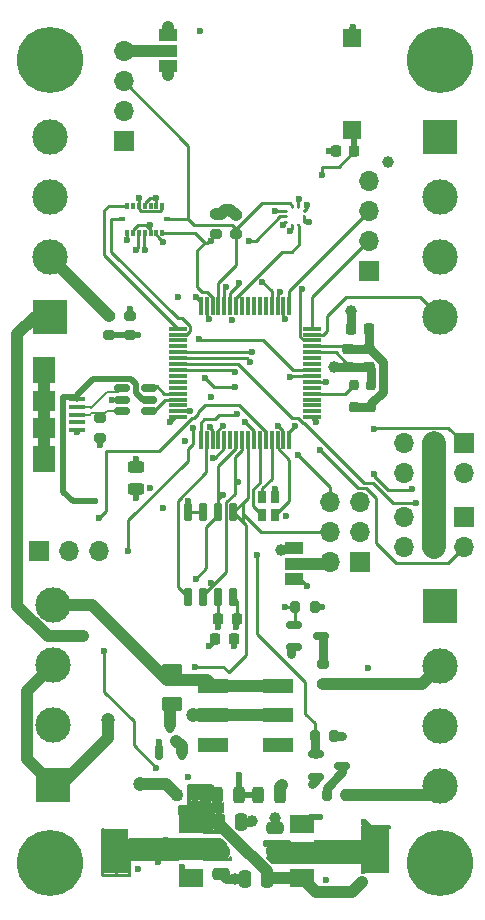
<source format=gbr>
%TF.GenerationSoftware,KiCad,Pcbnew,7.0.5*%
%TF.CreationDate,2023-08-09T18:59:09-07:00*%
%TF.ProjectId,lyra r1,6c797261-2072-4312-9e6b-696361645f70,rev?*%
%TF.SameCoordinates,Original*%
%TF.FileFunction,Copper,L1,Top*%
%TF.FilePolarity,Positive*%
%FSLAX46Y46*%
G04 Gerber Fmt 4.6, Leading zero omitted, Abs format (unit mm)*
G04 Created by KiCad (PCBNEW 7.0.5) date 2023-08-09 18:59:09*
%MOMM*%
%LPD*%
G01*
G04 APERTURE LIST*
G04 Aperture macros list*
%AMRoundRect*
0 Rectangle with rounded corners*
0 $1 Rounding radius*
0 $2 $3 $4 $5 $6 $7 $8 $9 X,Y pos of 4 corners*
0 Add a 4 corners polygon primitive as box body*
4,1,4,$2,$3,$4,$5,$6,$7,$8,$9,$2,$3,0*
0 Add four circle primitives for the rounded corners*
1,1,$1+$1,$2,$3*
1,1,$1+$1,$4,$5*
1,1,$1+$1,$6,$7*
1,1,$1+$1,$8,$9*
0 Add four rect primitives between the rounded corners*
20,1,$1+$1,$2,$3,$4,$5,0*
20,1,$1+$1,$4,$5,$6,$7,0*
20,1,$1+$1,$6,$7,$8,$9,0*
20,1,$1+$1,$8,$9,$2,$3,0*%
G04 Aperture macros list end*
%TA.AperFunction,SMDPad,CuDef*%
%ADD10RoundRect,0.200000X-0.275000X0.200000X-0.275000X-0.200000X0.275000X-0.200000X0.275000X0.200000X0*%
%TD*%
%TA.AperFunction,ComponentPad*%
%ADD11C,5.600000*%
%TD*%
%TA.AperFunction,SMDPad,CuDef*%
%ADD12RoundRect,0.218750X-0.218750X-0.256250X0.218750X-0.256250X0.218750X0.256250X-0.218750X0.256250X0*%
%TD*%
%TA.AperFunction,SMDPad,CuDef*%
%ADD13RoundRect,0.150000X0.150000X-0.650000X0.150000X0.650000X-0.150000X0.650000X-0.150000X-0.650000X0*%
%TD*%
%TA.AperFunction,SMDPad,CuDef*%
%ADD14R,1.500000X1.000000*%
%TD*%
%TA.AperFunction,SMDPad,CuDef*%
%ADD15RoundRect,0.200000X0.275000X-0.200000X0.275000X0.200000X-0.275000X0.200000X-0.275000X-0.200000X0*%
%TD*%
%TA.AperFunction,ComponentPad*%
%ADD16R,1.700000X1.700000*%
%TD*%
%TA.AperFunction,ComponentPad*%
%ADD17O,1.700000X1.700000*%
%TD*%
%TA.AperFunction,SMDPad,CuDef*%
%ADD18RoundRect,0.150000X-0.512500X-0.150000X0.512500X-0.150000X0.512500X0.150000X-0.512500X0.150000X0*%
%TD*%
%TA.AperFunction,ComponentPad*%
%ADD19R,3.000000X3.000000*%
%TD*%
%TA.AperFunction,ComponentPad*%
%ADD20C,3.000000*%
%TD*%
%TA.AperFunction,SMDPad,CuDef*%
%ADD21RoundRect,0.250000X0.475000X-0.250000X0.475000X0.250000X-0.475000X0.250000X-0.475000X-0.250000X0*%
%TD*%
%TA.AperFunction,SMDPad,CuDef*%
%ADD22RoundRect,0.075000X0.700000X0.075000X-0.700000X0.075000X-0.700000X-0.075000X0.700000X-0.075000X0*%
%TD*%
%TA.AperFunction,SMDPad,CuDef*%
%ADD23RoundRect,0.075000X0.075000X0.700000X-0.075000X0.700000X-0.075000X-0.700000X0.075000X-0.700000X0*%
%TD*%
%TA.AperFunction,SMDPad,CuDef*%
%ADD24RoundRect,0.225000X0.225000X0.250000X-0.225000X0.250000X-0.225000X-0.250000X0.225000X-0.250000X0*%
%TD*%
%TA.AperFunction,SMDPad,CuDef*%
%ADD25R,2.000000X1.500000*%
%TD*%
%TA.AperFunction,SMDPad,CuDef*%
%ADD26R,2.000000X3.800000*%
%TD*%
%TA.AperFunction,SMDPad,CuDef*%
%ADD27RoundRect,0.225000X0.250000X-0.225000X0.250000X0.225000X-0.250000X0.225000X-0.250000X-0.225000X0*%
%TD*%
%TA.AperFunction,SMDPad,CuDef*%
%ADD28RoundRect,0.200000X0.200000X0.275000X-0.200000X0.275000X-0.200000X-0.275000X0.200000X-0.275000X0*%
%TD*%
%TA.AperFunction,SMDPad,CuDef*%
%ADD29R,2.500000X1.200000*%
%TD*%
%TA.AperFunction,SMDPad,CuDef*%
%ADD30RoundRect,0.250000X-0.625000X0.375000X-0.625000X-0.375000X0.625000X-0.375000X0.625000X0.375000X0*%
%TD*%
%TA.AperFunction,SMDPad,CuDef*%
%ADD31RoundRect,0.243750X-0.243750X-0.456250X0.243750X-0.456250X0.243750X0.456250X-0.243750X0.456250X0*%
%TD*%
%TA.AperFunction,SMDPad,CuDef*%
%ADD32R,1.500000X1.500000*%
%TD*%
%TA.AperFunction,SMDPad,CuDef*%
%ADD33R,1.400000X0.400000*%
%TD*%
%TA.AperFunction,SMDPad,CuDef*%
%ADD34R,1.900000X2.300000*%
%TD*%
%TA.AperFunction,SMDPad,CuDef*%
%ADD35R,1.900000X1.800000*%
%TD*%
%TA.AperFunction,SMDPad,CuDef*%
%ADD36RoundRect,0.225000X-0.225000X-0.250000X0.225000X-0.250000X0.225000X0.250000X-0.225000X0.250000X0*%
%TD*%
%TA.AperFunction,SMDPad,CuDef*%
%ADD37RoundRect,0.218750X0.218750X0.256250X-0.218750X0.256250X-0.218750X-0.256250X0.218750X-0.256250X0*%
%TD*%
%TA.AperFunction,SMDPad,CuDef*%
%ADD38RoundRect,0.150000X0.150000X-0.512500X0.150000X0.512500X-0.150000X0.512500X-0.150000X-0.512500X0*%
%TD*%
%TA.AperFunction,SMDPad,CuDef*%
%ADD39RoundRect,0.243750X0.243750X0.456250X-0.243750X0.456250X-0.243750X-0.456250X0.243750X-0.456250X0*%
%TD*%
%TA.AperFunction,SMDPad,CuDef*%
%ADD40RoundRect,0.250000X-0.475000X0.250000X-0.475000X-0.250000X0.475000X-0.250000X0.475000X0.250000X0*%
%TD*%
%TA.AperFunction,SMDPad,CuDef*%
%ADD41RoundRect,0.200000X0.200000X0.250000X-0.200000X0.250000X-0.200000X-0.250000X0.200000X-0.250000X0*%
%TD*%
%TA.AperFunction,SMDPad,CuDef*%
%ADD42RoundRect,0.243750X0.456250X-0.243750X0.456250X0.243750X-0.456250X0.243750X-0.456250X-0.243750X0*%
%TD*%
%TA.AperFunction,SMDPad,CuDef*%
%ADD43R,0.250000X0.275000*%
%TD*%
%TA.AperFunction,SMDPad,CuDef*%
%ADD44R,0.275000X0.250000*%
%TD*%
%TA.AperFunction,SMDPad,CuDef*%
%ADD45RoundRect,0.250000X-0.250000X-0.475000X0.250000X-0.475000X0.250000X0.475000X-0.250000X0.475000X0*%
%TD*%
%TA.AperFunction,SMDPad,CuDef*%
%ADD46R,0.800000X1.000000*%
%TD*%
%TA.AperFunction,SMDPad,CuDef*%
%ADD47R,0.350000X0.590000*%
%TD*%
%TA.AperFunction,SMDPad,CuDef*%
%ADD48R,0.590000X0.350000*%
%TD*%
%TA.AperFunction,SMDPad,CuDef*%
%ADD49RoundRect,0.250000X0.250000X0.475000X-0.250000X0.475000X-0.250000X-0.475000X0.250000X-0.475000X0*%
%TD*%
%TA.AperFunction,ViaPad*%
%ADD50C,0.600000*%
%TD*%
%TA.AperFunction,ViaPad*%
%ADD51C,1.000000*%
%TD*%
%TA.AperFunction,ViaPad*%
%ADD52C,1.200000*%
%TD*%
%TA.AperFunction,Conductor*%
%ADD53C,0.254000*%
%TD*%
%TA.AperFunction,Conductor*%
%ADD54C,0.500000*%
%TD*%
%TA.AperFunction,Conductor*%
%ADD55C,1.000000*%
%TD*%
%TA.AperFunction,Conductor*%
%ADD56C,0.750000*%
%TD*%
%TA.AperFunction,Conductor*%
%ADD57C,0.250000*%
%TD*%
%TA.AperFunction,Conductor*%
%ADD58C,0.200000*%
%TD*%
%TA.AperFunction,Conductor*%
%ADD59C,2.000000*%
%TD*%
G04 APERTURE END LIST*
D10*
%TO.P,R16,1*%
%TO.N,ARM-*%
X133750000Y-108425000D03*
%TO.P,R16,2*%
%TO.N,PYRO SENSE*%
X133750000Y-110075000D03*
%TD*%
D11*
%TO.P,H1,1,1*%
%TO.N,GND*%
X128750000Y-86750000D03*
%TD*%
D12*
%TO.P,FB1,1*%
%TO.N,Net-(F2-Pad2)*%
X139462500Y-149000000D03*
%TO.P,FB1,2*%
%TO.N,+12V*%
X141037500Y-149000000D03*
%TD*%
D13*
%TO.P,U6,1,~{CS}*%
%TO.N,FLASH CS*%
X140462000Y-132251000D03*
%TO.P,U6,2,DO(IO1)*%
%TO.N,MISO*%
X141732000Y-132251000D03*
%TO.P,U6,3,IO2*%
%TO.N,+3V3*%
X143002000Y-132251000D03*
%TO.P,U6,4,GND*%
%TO.N,GND*%
X144272000Y-132251000D03*
%TO.P,U6,5,DI(IO0)*%
%TO.N,MOSI*%
X144272000Y-125051000D03*
%TO.P,U6,6,CLK*%
%TO.N,SCK*%
X143002000Y-125051000D03*
%TO.P,U6,7,IO3*%
%TO.N,+3V3*%
X141732000Y-125051000D03*
%TO.P,U6,8,VCC*%
X140462000Y-125051000D03*
%TD*%
D14*
%TO.P,JP1,1,A*%
%TO.N,+3V3*%
X138750000Y-84650000D03*
%TO.P,JP1,2,C*%
%TO.N,I2C POWER*%
X138750000Y-85950000D03*
%TO.P,JP1,3,B*%
%TO.N,+5V*%
X138750000Y-87250000D03*
%TD*%
D15*
%TO.P,R9,1*%
%TO.N,P1-*%
X151892000Y-139575000D03*
%TO.P,R9,2*%
%TO.N,Net-(Q2-D)*%
X151892000Y-137925000D03*
%TD*%
D16*
%TO.P,J6,1,Pin_1*%
%TO.N,SERVO3*%
X163790000Y-125460000D03*
D17*
%TO.P,J6,2,Pin_2*%
%TO.N,SERVO4*%
X163790000Y-128000000D03*
%TO.P,J6,3,Pin_3*%
%TO.N,SERVO POWER*%
X161250000Y-125460000D03*
%TO.P,J6,4,Pin_4*%
X161250000Y-128000000D03*
%TO.P,J6,5,Pin_5*%
%TO.N,GND*%
X158710000Y-125460000D03*
%TO.P,J6,6,Pin_6*%
X158710000Y-128000000D03*
%TD*%
D18*
%TO.P,Q3,1,G*%
%TO.N,P2 EN*%
X151225000Y-145550000D03*
%TO.P,Q3,2,S*%
%TO.N,GND*%
X151225000Y-147450000D03*
%TO.P,Q3,3,D*%
%TO.N,Net-(Q3-D)*%
X153500000Y-146500000D03*
%TD*%
D16*
%TO.P,J10,1,Pin_1*%
%TO.N,GND*%
X127827800Y-128320800D03*
D17*
%TO.P,J10,2,Pin_2*%
%TO.N,Net-(J10-Pin_2)*%
X130367800Y-128320800D03*
%TO.P,J10,3,Pin_3*%
%TO.N,+3V3*%
X132907800Y-128320800D03*
%TD*%
D19*
%TO.P,J12,1,Pin_1*%
%TO.N,ARM-*%
X161750000Y-133010000D03*
D20*
%TO.P,J12,2,Pin_2*%
%TO.N,P1-*%
X161750000Y-138090000D03*
%TO.P,J12,3,Pin_3*%
%TO.N,ARM-*%
X161750000Y-143170000D03*
%TO.P,J12,4,Pin_4*%
%TO.N,P2-*%
X161750000Y-148250000D03*
%TD*%
D21*
%TO.P,C4,1*%
%TO.N,+5V*%
X147750000Y-153700000D03*
%TO.P,C4,2*%
%TO.N,GND*%
X147750000Y-151800000D03*
%TD*%
D22*
%TO.P,U7,1,VBAT*%
%TO.N,+3V3*%
X150925000Y-117000000D03*
%TO.P,U7,2,PC13*%
%TO.N,unconnected-(U7-PC13-Pad2)*%
X150925000Y-116500000D03*
%TO.P,U7,3,PC14*%
%TO.N,unconnected-(U7-PC14-Pad3)*%
X150925000Y-116000000D03*
%TO.P,U7,4,PC15*%
%TO.N,unconnected-(U7-PC15-Pad4)*%
X150925000Y-115500000D03*
%TO.P,U7,5,PH0*%
%TO.N,OSCIN*%
X150925000Y-115000000D03*
%TO.P,U7,6,PH1*%
%TO.N,unconnected-(U7-PH1-Pad6)*%
X150925000Y-114500000D03*
%TO.P,U7,7,NRST*%
%TO.N,RESET*%
X150925000Y-114000000D03*
%TO.P,U7,8,PC0*%
%TO.N,BATT SENSE*%
X150925000Y-113500000D03*
%TO.P,U7,9,PC1*%
%TO.N,PYRO SENSE*%
X150925000Y-113000000D03*
%TO.P,U7,10,PC2*%
%TO.N,unconnected-(U7-PC2-Pad10)*%
X150925000Y-112500000D03*
%TO.P,U7,11,PC3*%
%TO.N,unconnected-(U7-PC3-Pad11)*%
X150925000Y-112000000D03*
%TO.P,U7,12,VSSA*%
%TO.N,GND*%
X150925000Y-111500000D03*
%TO.P,U7,13,VDDA*%
%TO.N,+3.3VA*%
X150925000Y-111000000D03*
%TO.P,U7,14,PA0*%
%TO.N,BUZZER*%
X150925000Y-110500000D03*
%TO.P,U7,15,PA1*%
%TO.N,PA1*%
X150925000Y-110000000D03*
%TO.P,U7,16,PA2*%
%TO.N,USART2 TX*%
X150925000Y-109500000D03*
D23*
%TO.P,U7,17,PA3*%
%TO.N,USART2 RX*%
X149000000Y-107575000D03*
%TO.P,U7,18,VSS*%
%TO.N,GND*%
X148500000Y-107575000D03*
%TO.P,U7,19,VDD*%
%TO.N,+3V3*%
X148000000Y-107575000D03*
%TO.P,U7,20,PA4*%
%TO.N,PA4*%
X147500000Y-107575000D03*
%TO.P,U7,21,PA5*%
%TO.N,unconnected-(U7-PA5-Pad21)*%
X147000000Y-107575000D03*
%TO.P,U7,22,PA6*%
%TO.N,unconnected-(U7-PA6-Pad22)*%
X146500000Y-107575000D03*
%TO.P,U7,23,PA7*%
%TO.N,unconnected-(U7-PA7-Pad23)*%
X146000000Y-107575000D03*
%TO.P,U7,24,PC4*%
%TO.N,unconnected-(U7-PC4-Pad24)*%
X145500000Y-107575000D03*
%TO.P,U7,25,PC5*%
%TO.N,unconnected-(U7-PC5-Pad25)*%
X145000000Y-107575000D03*
%TO.P,U7,26,PB0*%
%TO.N,BARO INT*%
X144500000Y-107575000D03*
%TO.P,U7,27,PB1*%
%TO.N,GYRO INT3*%
X144000000Y-107575000D03*
%TO.P,U7,28,PB2*%
%TO.N,GYRO INT4*%
X143500000Y-107575000D03*
%TO.P,U7,29,PB10*%
%TO.N,SCL*%
X143000000Y-107575000D03*
%TO.P,U7,30,PB11*%
%TO.N,SDA*%
X142500000Y-107575000D03*
%TO.P,U7,31,VCAP_1*%
%TO.N,Net-(U7-VCAP_1)*%
X142000000Y-107575000D03*
%TO.P,U7,32,VDD*%
%TO.N,+3V3*%
X141500000Y-107575000D03*
D22*
%TO.P,U7,33,PB12*%
%TO.N,ACCEL INT2*%
X139575000Y-109500000D03*
%TO.P,U7,34,PB13*%
%TO.N,ACCEL INT1*%
X139575000Y-110000000D03*
%TO.P,U7,35,PB14*%
%TO.N,unconnected-(U7-PB14-Pad35)*%
X139575000Y-110500000D03*
%TO.P,U7,36,PB15*%
%TO.N,unconnected-(U7-PB15-Pad36)*%
X139575000Y-111000000D03*
%TO.P,U7,37,PC6*%
%TO.N,SERVO1*%
X139575000Y-111500000D03*
%TO.P,U7,38,PC7*%
%TO.N,SERVO2*%
X139575000Y-112000000D03*
%TO.P,U7,39,PC8*%
%TO.N,SERVO3*%
X139575000Y-112500000D03*
%TO.P,U7,40,PC9*%
%TO.N,SERVO4*%
X139575000Y-113000000D03*
%TO.P,U7,41,PA8*%
%TO.N,unconnected-(U7-PA8-Pad41)*%
X139575000Y-113500000D03*
%TO.P,U7,42,PA9*%
%TO.N,unconnected-(U7-PA9-Pad42)*%
X139575000Y-114000000D03*
%TO.P,U7,43,PA10*%
%TO.N,unconnected-(U7-PA10-Pad43)*%
X139575000Y-114500000D03*
%TO.P,U7,44,PA11*%
%TO.N,USB D-*%
X139575000Y-115000000D03*
%TO.P,U7,45,PA12*%
%TO.N,USB D+*%
X139575000Y-115500000D03*
%TO.P,U7,46,PA13*%
%TO.N,unconnected-(U7-PA13-Pad46)*%
X139575000Y-116000000D03*
%TO.P,U7,47,VCAP_2*%
%TO.N,Net-(U7-VCAP_2)*%
X139575000Y-116500000D03*
%TO.P,U7,48,VDD*%
%TO.N,+3V3*%
X139575000Y-117000000D03*
D23*
%TO.P,U7,49,PA14*%
%TO.N,CS BRKOUT*%
X141500000Y-118925000D03*
%TO.P,U7,50,PA15*%
%TO.N,FLASH CS*%
X142000000Y-118925000D03*
%TO.P,U7,51,PC10*%
%TO.N,P1 EN*%
X142500000Y-118925000D03*
%TO.P,U7,52,PC11*%
%TO.N,P2 EN*%
X143000000Y-118925000D03*
%TO.P,U7,53,PC12*%
%TO.N,CS SD*%
X143500000Y-118925000D03*
%TO.P,U7,54,PD2*%
%TO.N,unconnected-(U7-PD2-Pad54)*%
X144000000Y-118925000D03*
%TO.P,U7,55,PB3*%
%TO.N,SCK*%
X144500000Y-118925000D03*
%TO.P,U7,56,PB4*%
%TO.N,MISO*%
X145000000Y-118925000D03*
%TO.P,U7,57,PB5*%
%TO.N,MOSI*%
X145500000Y-118925000D03*
%TO.P,U7,58,PB6*%
%TO.N,PB6*%
X146000000Y-118925000D03*
%TO.P,U7,59,PB7*%
%TO.N,LED BLUE*%
X146500000Y-118925000D03*
%TO.P,U7,60,BOOT0*%
%TO.N,BOOT0*%
X147000000Y-118925000D03*
%TO.P,U7,61,PB8*%
%TO.N,LED GREEN*%
X147500000Y-118925000D03*
%TO.P,U7,62,PB9*%
%TO.N,LED RED*%
X148000000Y-118925000D03*
%TO.P,U7,63,VSS*%
%TO.N,GND*%
X148500000Y-118925000D03*
%TO.P,U7,64,VDD*%
%TO.N,+3V3*%
X149000000Y-118925000D03*
%TD*%
D24*
%TO.P,C9,1*%
%TO.N,GND*%
X144539000Y-134112000D03*
%TO.P,C9,2*%
%TO.N,+3V3*%
X142989000Y-134112000D03*
%TD*%
D19*
%TO.P,J11,1,Pin_1*%
%TO.N,+3V3*%
X161750000Y-93250000D03*
D20*
%TO.P,J11,2,Pin_2*%
%TO.N,+5V*%
X161750000Y-98330000D03*
%TO.P,J11,3,Pin_3*%
%TO.N,GND*%
X161750000Y-103410000D03*
%TO.P,J11,4,Pin_4*%
%TO.N,PA1*%
X161750000Y-108490000D03*
%TD*%
D16*
%TO.P,J8,1,Pin_1*%
%TO.N,GND*%
X155025000Y-129275000D03*
D17*
%TO.P,J8,2,Pin_2*%
%TO.N,SPI POWER*%
X152485000Y-129275000D03*
%TO.P,J8,3,Pin_3*%
%TO.N,SCK*%
X155025000Y-126735000D03*
%TO.P,J8,4,Pin_4*%
%TO.N,MOSI*%
X152485000Y-126735000D03*
%TO.P,J8,5,Pin_5*%
%TO.N,MISO*%
X155025000Y-124195000D03*
%TO.P,J8,6,Pin_6*%
%TO.N,CS BRKOUT*%
X152485000Y-124195000D03*
%TD*%
D19*
%TO.P,J5,1,Pin_1*%
%TO.N,+12P*%
X128750000Y-108490000D03*
D20*
%TO.P,J5,2,Pin_2*%
%TO.N,ARM-*%
X128750000Y-103410000D03*
%TO.P,J5,3,Pin_3*%
%TO.N,PB6*%
X128750000Y-98330000D03*
%TO.P,J5,4,Pin_4*%
%TO.N,PA4*%
X128750000Y-93250000D03*
%TD*%
D25*
%TO.P,U2,1,ADJ*%
%TO.N,Net-(U2-ADJ)*%
X150100000Y-151450000D03*
%TO.P,U2,2,VO*%
%TO.N,+5V*%
X150100000Y-153750000D03*
D26*
X156400000Y-153750000D03*
D25*
%TO.P,U2,3,VI*%
%TO.N,+12V*%
X150100000Y-156050000D03*
%TD*%
D27*
%TO.P,C19,1*%
%TO.N,GND*%
X154000000Y-112775000D03*
%TO.P,C19,2*%
%TO.N,+3.3VA*%
X154000000Y-111225000D03*
%TD*%
D18*
%TO.P,Q2,1,G*%
%TO.N,P1 EN*%
X149433700Y-134584400D03*
%TO.P,Q2,2,S*%
%TO.N,GND*%
X149433700Y-136484400D03*
%TO.P,Q2,3,D*%
%TO.N,Net-(Q2-D)*%
X151708700Y-135534400D03*
%TD*%
D28*
%TO.P,R12,1*%
%TO.N,P2-*%
X153825000Y-149000000D03*
%TO.P,R12,2*%
%TO.N,Net-(Q3-D)*%
X152175000Y-149000000D03*
%TD*%
D29*
%TO.P,SW2,1,A*%
%TO.N,unconnected-(SW2-A-Pad1)*%
X148000000Y-144750000D03*
%TO.P,SW2,2,B*%
%TO.N,BATT PRESWITCH*%
X148000000Y-142250000D03*
%TO.P,SW2,3,C*%
%TO.N,+BATT*%
X148000000Y-139750000D03*
%TO.P,SW2,4,A*%
X142500000Y-139750000D03*
%TO.P,SW2,5,B*%
%TO.N,BATT PRESWITCH*%
X142500000Y-142250000D03*
%TO.P,SW2,6,C*%
%TO.N,unconnected-(SW2-C-Pad6)*%
X142500000Y-144750000D03*
%TD*%
D16*
%TO.P,J4,1,Pin_1*%
%TO.N,GND*%
X135000000Y-93620000D03*
D17*
%TO.P,J4,2,Pin_2*%
%TO.N,SDA*%
X135000000Y-91080000D03*
%TO.P,J4,3,Pin_3*%
%TO.N,SCL*%
X135000000Y-88540000D03*
%TO.P,J4,4,Pin_4*%
%TO.N,I2C POWER*%
X135000000Y-86000000D03*
%TD*%
D19*
%TO.P,J3,1,Pin_1*%
%TO.N,BATT PRESWITCH*%
X129000000Y-148120000D03*
D20*
%TO.P,J3,2,Pin_2*%
%TO.N,GND*%
X129000000Y-143040000D03*
%TO.P,J3,3,Pin_3*%
%TO.N,BATT PRESWITCH*%
X129000000Y-137960000D03*
%TO.P,J3,4,Pin_4*%
%TO.N,+BATT*%
X129000000Y-132880000D03*
%TD*%
D28*
%TO.P,R8,1*%
%TO.N,GND*%
X151142200Y-133045200D03*
%TO.P,R8,2*%
%TO.N,P1 EN*%
X149492200Y-133045200D03*
%TD*%
D30*
%TO.P,F1,1*%
%TO.N,+BATT*%
X139039600Y-138452400D03*
%TO.P,F1,2*%
%TO.N,Net-(Q1-D)*%
X139039600Y-141252400D03*
%TD*%
D31*
%TO.P,D1,1,K*%
%TO.N,+12V*%
X142875000Y-149000000D03*
%TO.P,D1,2,A*%
%TO.N,VBUS*%
X144750000Y-149000000D03*
%TD*%
D32*
%TO.P,SW1,1,A*%
%TO.N,GND*%
X154330400Y-84898400D03*
%TO.P,SW1,2,B*%
%TO.N,RESET*%
X154330400Y-92698400D03*
%TD*%
D28*
%TO.P,R10,1*%
%TO.N,GND*%
X152825000Y-144000000D03*
%TO.P,R10,2*%
%TO.N,P2 EN*%
X151175000Y-144000000D03*
%TD*%
D14*
%TO.P,JP3,1,A*%
%TO.N,+3V3*%
X149361900Y-130687600D03*
%TO.P,JP3,2,C*%
%TO.N,SPI POWER*%
X149361900Y-129387600D03*
%TO.P,JP3,3,B*%
%TO.N,+5V*%
X149361900Y-128087600D03*
%TD*%
D16*
%TO.P,J2,1,Pin_1*%
%TO.N,GND*%
X155750000Y-104620000D03*
D17*
%TO.P,J2,2,Pin_2*%
%TO.N,USART2 TX*%
X155750000Y-102080000D03*
%TO.P,J2,3,Pin_3*%
%TO.N,USART2 RX*%
X155750000Y-99540000D03*
%TO.P,J2,4,Pin_4*%
%TO.N,UART POWER*%
X155750000Y-97000000D03*
%TD*%
D18*
%TO.P,U3,1,I/O1*%
%TO.N,USB CON D-*%
X134862500Y-114550000D03*
%TO.P,U3,2,GND*%
%TO.N,GND*%
X134862500Y-115500000D03*
%TO.P,U3,3,I/O2*%
%TO.N,USB CON D+*%
X134862500Y-116450000D03*
%TO.P,U3,4,I/O2*%
%TO.N,USB D+*%
X137137500Y-116450000D03*
%TO.P,U3,5,VBUS*%
%TO.N,VBUS*%
X137137500Y-115500000D03*
%TO.P,U3,6,I/O1*%
%TO.N,USB D-*%
X137137500Y-114550000D03*
%TD*%
D33*
%TO.P,J1,1,VBUS*%
%TO.N,VBUS*%
X131064000Y-115468400D03*
%TO.P,J1,2,D-*%
%TO.N,USB CON D-*%
X131064000Y-116118400D03*
%TO.P,J1,3,D+*%
%TO.N,USB CON D+*%
X131064000Y-116768400D03*
%TO.P,J1,4,ID*%
%TO.N,unconnected-(J1-ID-Pad4)*%
X131064000Y-117418400D03*
%TO.P,J1,5,GND*%
%TO.N,GND*%
X131064000Y-118068400D03*
D34*
%TO.P,J1,6,Shield*%
%TO.N,unconnected-(J1-Shield-Pad6)*%
X128214000Y-113018400D03*
D35*
X128214000Y-115618400D03*
X128214000Y-117918400D03*
D34*
X128214000Y-120518400D03*
%TD*%
D36*
%TO.P,C11,1*%
%TO.N,GND*%
X152945800Y-94488000D03*
%TO.P,C11,2*%
%TO.N,RESET*%
X154495800Y-94488000D03*
%TD*%
D37*
%TO.P,FB2,1*%
%TO.N,+3.3VA*%
X155787500Y-109500000D03*
%TO.P,FB2,2*%
%TO.N,+3V3*%
X154212500Y-109500000D03*
%TD*%
D11*
%TO.P,H4,1,1*%
%TO.N,GND*%
X161750000Y-154750000D03*
%TD*%
D10*
%TO.P,R15,1*%
%TO.N,+3V3*%
X144449800Y-99856800D03*
%TO.P,R15,2*%
%TO.N,SCL*%
X144449800Y-101506800D03*
%TD*%
D38*
%TO.P,Q1,1,G*%
%TO.N,GND*%
X137988000Y-145358700D03*
%TO.P,Q1,2,S*%
%TO.N,+12P*%
X139888000Y-145358700D03*
%TO.P,Q1,3,D*%
%TO.N,Net-(Q1-D)*%
X138938000Y-143083700D03*
%TD*%
D39*
%TO.P,D4,1,K*%
%TO.N,+5V*%
X148187500Y-149000000D03*
%TO.P,D4,2,A*%
%TO.N,VBUS*%
X146312500Y-149000000D03*
%TD*%
D10*
%TO.P,R17,1*%
%TO.N,+3V3*%
X142798800Y-99809800D03*
%TO.P,R17,2*%
%TO.N,SDA*%
X142798800Y-101459800D03*
%TD*%
D15*
%TO.P,R2,1*%
%TO.N,+3V3*%
X133000000Y-118731800D03*
%TO.P,R2,2*%
%TO.N,USB CON D+*%
X133000000Y-117081800D03*
%TD*%
D40*
%TO.P,C3,1*%
%TO.N,+3V3*%
X143250000Y-153800000D03*
%TO.P,C3,2*%
%TO.N,GND*%
X143250000Y-155700000D03*
%TD*%
D24*
%TO.P,C12,1*%
%TO.N,GND*%
X144285000Y-135763000D03*
%TO.P,C12,2*%
%TO.N,+3V3*%
X142735000Y-135763000D03*
%TD*%
D41*
%TO.P,X1,1,Tri-State*%
%TO.N,+3.3VA*%
X155919000Y-116114000D03*
%TO.P,X1,2,GND*%
%TO.N,GND*%
X155919000Y-114264000D03*
%TO.P,X1,3,OUT*%
%TO.N,OSCIN*%
X154469000Y-114264000D03*
%TO.P,X1,4,VDD*%
%TO.N,+3.3VA*%
X154469000Y-116114000D03*
%TD*%
D42*
%TO.P,D3,1,K*%
%TO.N,GND*%
X136042400Y-123111500D03*
%TO.P,D3,2,A*%
%TO.N,Net-(D3-A)*%
X136042400Y-121236500D03*
%TD*%
D11*
%TO.P,H2,1,1*%
%TO.N,GND*%
X161750000Y-86750000D03*
%TD*%
D15*
%TO.P,R18,1*%
%TO.N,PYRO SENSE*%
X135510000Y-110075000D03*
%TO.P,R18,2*%
%TO.N,GND*%
X135510000Y-108425000D03*
%TD*%
D43*
%TO.P,U5,1,VDDIO*%
%TO.N,+3V3*%
X149750000Y-99237500D03*
%TO.P,U5,2,SCK/SCL*%
%TO.N,SCL*%
X149250000Y-99237500D03*
D44*
%TO.P,U5,3,VSS/GND*%
%TO.N,GND*%
X148737500Y-99500000D03*
%TO.P,U5,4,SDI/SDO/SDA*%
%TO.N,SDA*%
X148737500Y-100000000D03*
%TO.P,U5,5,SDO/DNC/SA0*%
%TO.N,GND*%
X148737500Y-100500000D03*
D43*
%TO.P,U5,6,~{CS}*%
%TO.N,+3V3*%
X149250000Y-100762500D03*
%TO.P,U5,7,INT/DNC*%
%TO.N,BARO INT*%
X149750000Y-100762500D03*
D44*
%TO.P,U5,8,VSS/GND__1*%
%TO.N,GND*%
X150262500Y-100500000D03*
%TO.P,U5,9,VSS/GND__2*%
X150262500Y-100000000D03*
%TO.P,U5,10,VDD*%
%TO.N,+3V3*%
X150262500Y-99500000D03*
%TD*%
D16*
%TO.P,J7,1,Pin_1*%
%TO.N,SERVO1*%
X163775000Y-119210000D03*
D17*
%TO.P,J7,2,Pin_2*%
%TO.N,SERVO2*%
X163775000Y-121750000D03*
%TO.P,J7,3,Pin_3*%
%TO.N,SERVO POWER*%
X161235000Y-119210000D03*
%TO.P,J7,4,Pin_4*%
X161235000Y-121750000D03*
%TO.P,J7,5,Pin_5*%
%TO.N,GND*%
X158695000Y-119210000D03*
%TO.P,J7,6,Pin_6*%
X158695000Y-121750000D03*
%TD*%
D45*
%TO.P,C1,1*%
%TO.N,+12V*%
X143050000Y-151250000D03*
%TO.P,C1,2*%
%TO.N,GND*%
X144950000Y-151250000D03*
%TD*%
D27*
%TO.P,C18,1*%
%TO.N,GND*%
X155750000Y-112775000D03*
%TO.P,C18,2*%
%TO.N,+3.3VA*%
X155750000Y-111225000D03*
%TD*%
D46*
%TO.P,D5,1,A*%
%TO.N,Net-(D5-A)*%
X147800000Y-123750000D03*
%TO.P,D5,2,RK*%
%TO.N,LED RED*%
X147800000Y-125250000D03*
%TO.P,D5,3,BK*%
%TO.N,LED BLUE*%
X146700000Y-125250000D03*
%TO.P,D5,4,GK*%
%TO.N,LED GREEN*%
X146700000Y-123750000D03*
%TD*%
D11*
%TO.P,H3,1,1*%
%TO.N,GND*%
X128750000Y-154750000D03*
%TD*%
D25*
%TO.P,U1,1,ADJ*%
%TO.N,Net-(U1-ADJ)*%
X140650000Y-156050000D03*
%TO.P,U1,2,VO*%
%TO.N,+3V3*%
X140650000Y-153750000D03*
D26*
X134350000Y-153750000D03*
D25*
%TO.P,U1,3,VI*%
%TO.N,+12V*%
X140650000Y-151450000D03*
%TD*%
D47*
%TO.P,U4,1,INT2*%
%TO.N,ACCEL INT2*%
X135250000Y-99085000D03*
%TO.P,U4,2,NC*%
%TO.N,unconnected-(U4-NC-Pad2)*%
X135750000Y-99085000D03*
%TO.P,U4,3,VDD*%
%TO.N,+3V3*%
X136250000Y-99085000D03*
%TO.P,U4,4,GNDA*%
%TO.N,GND*%
X136750000Y-99085000D03*
%TO.P,U4,5,CSB2*%
%TO.N,unconnected-(U4-CSB2-Pad5)*%
X137250000Y-99085000D03*
%TO.P,U4,6,GNDIO*%
%TO.N,GND*%
X137750000Y-99085000D03*
%TO.P,U4,7,PS*%
%TO.N,+3V3*%
X138250000Y-99085000D03*
D48*
%TO.P,U4,8,SCL/SCK*%
%TO.N,SCL*%
X138665000Y-100250000D03*
D47*
%TO.P,U4,9,SDA/SDI*%
%TO.N,SDA*%
X138250000Y-101415000D03*
%TO.P,U4,10,SDO2*%
%TO.N,GND*%
X137750000Y-101415000D03*
%TO.P,U4,11,VDDIO*%
%TO.N,+3V3*%
X137250000Y-101415000D03*
%TO.P,U4,12,INT3*%
%TO.N,GYRO INT3*%
X136750000Y-101415000D03*
%TO.P,U4,13,INT4*%
%TO.N,GYRO INT4*%
X136250000Y-101415000D03*
%TO.P,U4,14,CSB1*%
%TO.N,+3V3*%
X135750000Y-101415000D03*
%TO.P,U4,15,SDO1*%
%TO.N,GND*%
X135250000Y-101415000D03*
D48*
%TO.P,U4,16,INT1*%
%TO.N,ACCEL INT1*%
X134835000Y-100250000D03*
%TD*%
D49*
%TO.P,C2,1*%
%TO.N,+12V*%
X147127000Y-156083000D03*
%TO.P,C2,2*%
%TO.N,GND*%
X145227000Y-156083000D03*
%TD*%
D50*
%TO.N,GND*%
X152349200Y-94488000D03*
X154432000Y-83921600D03*
D51*
%TO.N,+12P*%
X131572000Y-135534400D03*
D50*
%TO.N,+12V*%
X155143200Y-156381600D03*
X139903200Y-150063200D03*
%TO.N,GND*%
X151790400Y-133045200D03*
X144153145Y-108743021D03*
X144526000Y-134747000D03*
X137972800Y-144526000D03*
X150672800Y-100504500D03*
X148437600Y-100736400D03*
X138328400Y-102158800D03*
X152095200Y-156210000D03*
X153466800Y-143967200D03*
X141478000Y-84328000D03*
D51*
X152755600Y-112776000D03*
D50*
X140462000Y-147421600D03*
X139573000Y-106807000D03*
X134010400Y-115519200D03*
X144285000Y-136398000D03*
X142367000Y-115316000D03*
X140208000Y-118999000D03*
X137718800Y-98399600D03*
D51*
X144373600Y-156083000D03*
D50*
X135534400Y-107848400D03*
X149117900Y-137038500D03*
X136042400Y-123850400D03*
D51*
X147777200Y-150926800D03*
D50*
X148082000Y-117729000D03*
X136194800Y-155244800D03*
X147815000Y-99499484D03*
X155651200Y-138226800D03*
D51*
X145846800Y-151180800D03*
D50*
X150926800Y-148031200D03*
X138303000Y-124714000D03*
X148660622Y-108669025D03*
X131013200Y-118262400D03*
X135229600Y-101955600D03*
%TO.N,+3V3*%
X137210800Y-100685600D03*
X138734800Y-83972400D03*
D51*
X157327600Y-95351600D03*
D50*
X149479000Y-117729000D03*
X149809200Y-98552000D03*
X136245600Y-98399600D03*
X148699502Y-125349000D03*
X137922000Y-154686000D03*
X138582400Y-152755600D03*
X143002000Y-134747000D03*
X138874500Y-117411500D03*
X140462000Y-124079000D03*
X142240000Y-136398000D03*
X137241900Y-122986800D03*
X150495000Y-99060000D03*
D51*
X143560800Y-99423500D03*
D50*
X148234400Y-106375200D03*
X151231600Y-117398800D03*
X149098000Y-101244400D03*
D51*
X154228800Y-108000800D03*
D50*
X150520400Y-131318000D03*
X141097000Y-106807000D03*
X132994400Y-119329200D03*
D51*
%TO.N,+5V*%
X148336000Y-128219200D03*
D50*
X155346400Y-151231600D03*
X148386800Y-148132800D03*
X138734800Y-88036400D03*
%TO.N,RESET*%
X152146000Y-113995200D03*
X151790400Y-96469200D03*
%TO.N,Net-(U7-VCAP_1)*%
X142181839Y-108682460D03*
%TO.N,Net-(U7-VCAP_2)*%
X140586404Y-116488497D03*
%TO.N,VBUS*%
X132537200Y-124104400D03*
X144729200Y-147269200D03*
%TO.N,Net-(D5-A)*%
X147828000Y-123063000D03*
%TO.N,Net-(D3-A)*%
X135991600Y-120548400D03*
D51*
%TO.N,+12P*%
X139446000Y-144373600D03*
D52*
%TO.N,Net-(F2-Pad2)*%
X136347200Y-148082000D03*
%TO.N,BATT PRESWITCH*%
X140817600Y-142240000D03*
X133654800Y-142595600D03*
D50*
%TO.N,MOSI*%
X141020800Y-138125200D03*
%TO.N,MISO*%
X144678400Y-122478800D03*
X142341600Y-131013200D03*
%TO.N,SCK*%
X141071600Y-130657600D03*
X143353807Y-123592607D03*
%TO.N,CS BRKOUT*%
X144594693Y-116703607D03*
X149758400Y-120192800D03*
%TO.N,SDA*%
X145592800Y-102057200D03*
X142403596Y-102108500D03*
%TO.N,SERVO3*%
X159735500Y-124256800D03*
%TO.N,SERVO4*%
X144365691Y-113134409D03*
X151575997Y-119746803D03*
%TO.N,SERVO1*%
X156151566Y-117979441D03*
X145846800Y-111506000D03*
%TO.N,SERVO2*%
X156145500Y-121767600D03*
X159359600Y-123088400D03*
X145694400Y-112318800D03*
%TO.N,CS SD*%
X142544800Y-120446800D03*
%TO.N,BOOT0*%
X132921623Y-125548777D03*
%TO.N,BUZZER*%
X150059003Y-106117003D03*
%TO.N,P1 EN*%
X148640800Y-133045200D03*
X142256662Y-117786651D03*
%TO.N,P2 EN*%
X143345224Y-117751604D03*
X146304000Y-128676400D03*
%TO.N,Net-(U1-ADJ)*%
X139903200Y-155041600D03*
%TO.N,Net-(U2-ADJ)*%
X151587200Y-150825200D03*
%TO.N,BATT SENSE*%
X137718800Y-146659600D03*
X149037019Y-113557932D03*
X135382000Y-128320800D03*
X133350000Y-136804400D03*
X140803403Y-117943403D03*
%TO.N,GYRO INT4*%
X136006446Y-102868933D03*
X143626500Y-105954723D03*
%TO.N,GYRO INT3*%
X144768797Y-105675203D03*
X136804400Y-102819200D03*
%TO.N,PA4*%
X146703457Y-105555457D03*
%TO.N,PYRO SENSE*%
X136194800Y-110075000D03*
X141325600Y-110337600D03*
%TO.N,PB6*%
X141884400Y-113690400D03*
X145237200Y-117364900D03*
X144373600Y-114452400D03*
%TD*%
D53*
%TO.N,+3V3*%
X150520400Y-131318000D02*
X149890000Y-130687600D01*
X149890000Y-130687600D02*
X149361900Y-130687600D01*
X149250000Y-101092400D02*
X149250000Y-100762500D01*
X149098000Y-101244400D02*
X149250000Y-101092400D01*
%TO.N,GND*%
X136750000Y-98841000D02*
X136750000Y-99085000D01*
X137718800Y-98399600D02*
X137750000Y-98430800D01*
X137191400Y-98399600D02*
X136750000Y-98841000D01*
X137718800Y-98399600D02*
X137191400Y-98399600D01*
X137750000Y-98430800D02*
X137750000Y-99085000D01*
%TO.N,+3V3*%
X136250000Y-98404000D02*
X136250000Y-99085000D01*
X136245600Y-98399600D02*
X136250000Y-98404000D01*
X137210800Y-101375800D02*
X137250000Y-101415000D01*
X137210800Y-100685600D02*
X137210800Y-101375800D01*
%TO.N,GND*%
X137888600Y-101695888D02*
X137750000Y-101557288D01*
X138328400Y-102158800D02*
X137888600Y-101719000D01*
X137888600Y-101719000D02*
X137888600Y-101695888D01*
X137750000Y-101557288D02*
X137750000Y-101415000D01*
D54*
X152945800Y-94488000D02*
X152349200Y-94488000D01*
D53*
%TO.N,RESET*%
X153175000Y-95808800D02*
X154495800Y-94488000D01*
X151790400Y-95808800D02*
X153175000Y-95808800D01*
D54*
X154495800Y-94488000D02*
X154495800Y-92863800D01*
X154495800Y-92863800D02*
X154330400Y-92698400D01*
%TO.N,GND*%
X154330400Y-84023200D02*
X154432000Y-83921600D01*
X154330400Y-84898400D02*
X154330400Y-84023200D01*
D55*
%TO.N,BATT PRESWITCH*%
X129654400Y-148120000D02*
X129000000Y-148120000D01*
X133654800Y-142595600D02*
X133654800Y-144119600D01*
X133654800Y-144119600D02*
X129654400Y-148120000D01*
%TO.N,+12P*%
X125984000Y-132975270D02*
X125984000Y-109982000D01*
X125984000Y-109982000D02*
X127476000Y-108490000D01*
X128543130Y-135534400D02*
X125984000Y-132975270D01*
X127476000Y-108490000D02*
X128750000Y-108490000D01*
X131572000Y-135534400D02*
X128543130Y-135534400D01*
%TO.N,+BATT*%
X138650000Y-139250000D02*
X132280000Y-132880000D01*
%TO.N,+12V*%
X143050000Y-151418503D02*
X143050000Y-151250000D01*
X144343800Y-152675000D02*
X144306497Y-152675000D01*
X147127000Y-156083000D02*
X147127000Y-155458200D01*
X147127000Y-155458200D02*
X144343800Y-152675000D01*
X144306497Y-152675000D02*
X143050000Y-151418503D01*
D56*
%TO.N,Net-(Q3-D)*%
X152175000Y-148357800D02*
X152175000Y-149000000D01*
X153500000Y-147032800D02*
X152175000Y-148357800D01*
X153500000Y-146500000D02*
X153500000Y-147032800D01*
D53*
%TO.N,MOSI*%
X145017900Y-125796900D02*
X145050100Y-125764700D01*
X145017900Y-125796900D02*
X145316000Y-126095000D01*
X144272000Y-125051000D02*
X145017900Y-125796900D01*
X145050100Y-125764700D02*
X145050100Y-125154100D01*
%TO.N,LED BLUE*%
X145955826Y-123098121D02*
X145955826Y-124505826D01*
X145955826Y-124505826D02*
X146700000Y-125250000D01*
X146500000Y-118925000D02*
X146500000Y-122553947D01*
X146500000Y-122553947D02*
X145955826Y-123098121D01*
%TO.N,LED RED*%
X148996400Y-120623492D02*
X148996400Y-124053600D01*
X148996400Y-124053600D02*
X147800000Y-125250000D01*
X148000000Y-119627092D02*
X148996400Y-120623492D01*
X148000000Y-118925000D02*
X148000000Y-119627092D01*
%TO.N,P2 EN*%
X150368000Y-139395200D02*
X146304000Y-135331200D01*
X150368000Y-142087600D02*
X150368000Y-139395200D01*
X151175000Y-142894600D02*
X150368000Y-142087600D01*
X146304000Y-135331200D02*
X146304000Y-128676400D01*
X151175000Y-144000000D02*
X151175000Y-142894600D01*
%TO.N,BATT SENSE*%
X135839200Y-144780000D02*
X137718800Y-146659600D01*
X135839200Y-142748000D02*
X135839200Y-144780000D01*
X133350000Y-136804400D02*
X133350000Y-140258800D01*
X133350000Y-140258800D02*
X135839200Y-142748000D01*
D55*
%TO.N,+12V*%
X155124000Y-156381600D02*
X154295600Y-157210000D01*
X151260000Y-157210000D02*
X150100000Y-156050000D01*
X155143200Y-156381600D02*
X155124000Y-156381600D01*
X154295600Y-157210000D02*
X151260000Y-157210000D01*
D54*
%TO.N,+5V*%
X156400000Y-152285200D02*
X156400000Y-153750000D01*
X155346400Y-151231600D02*
X156400000Y-152285200D01*
D53*
%TO.N,GND*%
X154000000Y-112547200D02*
X154000000Y-112775000D01*
X152952800Y-111500000D02*
X154000000Y-112547200D01*
X150925000Y-111500000D02*
X152952800Y-111500000D01*
D54*
%TO.N,VBUS*%
X129850000Y-123296800D02*
X130657600Y-124104400D01*
X130657600Y-124104400D02*
X132537200Y-124104400D01*
X129850000Y-115250000D02*
X129850000Y-123296800D01*
X129865200Y-115265200D02*
X129850000Y-115250000D01*
X131380400Y-114819600D02*
X130934800Y-115265200D01*
X130934800Y-115265200D02*
X129865200Y-115265200D01*
X131064000Y-115136000D02*
X131064000Y-115468400D01*
X131380400Y-114819600D02*
X131064000Y-115136000D01*
D53*
%TO.N,PA1*%
X160041600Y-106781600D02*
X161750000Y-108490000D01*
X152196800Y-108407200D02*
X153822400Y-106781600D01*
X152196800Y-109677200D02*
X152196800Y-108407200D01*
X151874000Y-110000000D02*
X152196800Y-109677200D01*
X150925000Y-110000000D02*
X151874000Y-110000000D01*
X153822400Y-106781600D02*
X160041600Y-106781600D01*
%TO.N,SERVO3*%
X144617288Y-112500000D02*
X139575000Y-112500000D01*
X150133688Y-117469288D02*
X149766400Y-117102000D01*
X149219288Y-117102000D02*
X144617288Y-112500000D01*
X150235288Y-117469288D02*
X150133688Y-117469288D01*
X155295600Y-122529600D02*
X150235288Y-117469288D01*
X156075948Y-122529600D02*
X155295600Y-122529600D01*
X159735500Y-124256800D02*
X157803148Y-124256800D01*
X157803148Y-124256800D02*
X156075948Y-122529600D01*
X149766400Y-117102000D02*
X149219288Y-117102000D01*
D55*
%TO.N,+12V*%
X150100000Y-156050000D02*
X147160000Y-156050000D01*
X147160000Y-156050000D02*
X147127000Y-156083000D01*
D53*
%TO.N,GND*%
X144285000Y-136398000D02*
X144285000Y-135763000D01*
D56*
X152756600Y-112775000D02*
X152755600Y-112776000D01*
X153434000Y-144000000D02*
X153466800Y-143967200D01*
X149148800Y-136480900D02*
X149148800Y-137007600D01*
X144950000Y-151250000D02*
X145777600Y-151250000D01*
D53*
X135250000Y-101415000D02*
X135250000Y-101935200D01*
D54*
X135510000Y-107872800D02*
X135534400Y-107848400D01*
D53*
X134862500Y-115500000D02*
X134029600Y-115500000D01*
D56*
X151225000Y-147450000D02*
X151225000Y-147733000D01*
D53*
X135250000Y-101935200D02*
X135229600Y-101955600D01*
X134029600Y-115500000D02*
X134010400Y-115519200D01*
D54*
X137988000Y-145358700D02*
X137988000Y-144541200D01*
D53*
X147815000Y-99499484D02*
X147815516Y-99500000D01*
X148500000Y-118925000D02*
X148500000Y-118147000D01*
D56*
X155919000Y-114264000D02*
X155919000Y-112944000D01*
X154000000Y-112775000D02*
X152756600Y-112775000D01*
D53*
X148500000Y-108508403D02*
X148660622Y-108669025D01*
D56*
X145777600Y-151250000D02*
X145846800Y-151180800D01*
D53*
X144539000Y-134734000D02*
X144526000Y-134747000D01*
D56*
X151225000Y-147733000D02*
X150926800Y-148031200D01*
D53*
X131000000Y-118249200D02*
X131013200Y-118262400D01*
X148674000Y-100500000D02*
X148437600Y-100736400D01*
X150267000Y-100504500D02*
X150262500Y-100500000D01*
X148500000Y-118147000D02*
X148082000Y-117729000D01*
D56*
X147750000Y-151800000D02*
X147750000Y-150954000D01*
X155919000Y-112944000D02*
X155750000Y-112775000D01*
X147750000Y-150954000D02*
X147777200Y-150926800D01*
D53*
X144539000Y-134112000D02*
X144539000Y-134734000D01*
D54*
X137988000Y-144541200D02*
X137972800Y-144526000D01*
X136042400Y-123111500D02*
X136042400Y-123850400D01*
D53*
X148737500Y-100500000D02*
X148674000Y-100500000D01*
X150672800Y-100504500D02*
X150267000Y-100504500D01*
D57*
X151142200Y-133045200D02*
X151790400Y-133045200D01*
D53*
X150262500Y-100000000D02*
X150262500Y-100500000D01*
D56*
X152825000Y-144000000D02*
X153434000Y-144000000D01*
D53*
X148500000Y-107575000D02*
X148500000Y-108508403D01*
D56*
X145227000Y-156083000D02*
X143633000Y-156083000D01*
D53*
X144539000Y-134112000D02*
X144539000Y-132518000D01*
X147815516Y-99500000D02*
X148737500Y-99500000D01*
D54*
X135510000Y-108425000D02*
X135510000Y-107872800D01*
D53*
X144539000Y-132518000D02*
X144272000Y-132251000D01*
D56*
X155750000Y-112775000D02*
X154000000Y-112775000D01*
X143633000Y-156083000D02*
X143250000Y-155700000D01*
D53*
%TO.N,+3V3*%
X141500000Y-107210000D02*
X141500000Y-107575000D01*
X150495000Y-99060000D02*
X150495000Y-99267500D01*
X150925000Y-117000000D02*
X150925000Y-117092200D01*
X133000000Y-118731800D02*
X133000000Y-119323600D01*
X142989000Y-132264000D02*
X143002000Y-132251000D01*
X135750000Y-101171000D02*
X136184600Y-100736400D01*
X142989000Y-134112000D02*
X142989000Y-132264000D01*
X149000000Y-118208000D02*
X149479000Y-117729000D01*
X136855200Y-100736400D02*
X137250000Y-101131200D01*
X149750000Y-98611200D02*
X149750000Y-99237500D01*
D54*
X139576800Y-153750000D02*
X138582400Y-152755600D01*
X140650000Y-153750000D02*
X139576800Y-153750000D01*
D53*
X142989000Y-134112000D02*
X142989000Y-134734000D01*
X148234400Y-106375200D02*
X148000000Y-106609600D01*
D55*
X138750000Y-83987600D02*
X138734800Y-83972400D01*
D53*
X137250000Y-101131200D02*
X137250000Y-101415000D01*
X150495000Y-99267500D02*
X150262500Y-99500000D01*
X150925000Y-117092200D02*
X151231600Y-117398800D01*
D55*
X138750000Y-84650000D02*
X138750000Y-83987600D01*
D53*
X138874500Y-117411500D02*
X139286000Y-117000000D01*
X138250000Y-99329000D02*
X138040000Y-99539000D01*
D55*
X143174500Y-99809800D02*
X143560800Y-99423500D01*
X143560800Y-99423500D02*
X144016500Y-99423500D01*
D53*
X136184600Y-100736400D02*
X136855200Y-100736400D01*
D56*
X154212500Y-109500000D02*
X154212500Y-108017100D01*
D53*
X136250000Y-99329000D02*
X136250000Y-99085000D01*
X141097000Y-106807000D02*
X141500000Y-107210000D01*
X149809200Y-98552000D02*
X149750000Y-98611200D01*
X149000000Y-118925000D02*
X149000000Y-118208000D01*
X133000000Y-119323600D02*
X132994400Y-119329200D01*
X136460000Y-99539000D02*
X136250000Y-99329000D01*
X142253000Y-136398000D02*
X142761000Y-135890000D01*
X138250000Y-99085000D02*
X138250000Y-99329000D01*
X148000000Y-106609600D02*
X148000000Y-107575000D01*
X135750000Y-101415000D02*
X135750000Y-101171000D01*
D55*
X144016500Y-99423500D02*
X144449800Y-99856800D01*
D56*
X154212500Y-108017100D02*
X154228800Y-108000800D01*
D53*
X142240000Y-136398000D02*
X142253000Y-136398000D01*
X140462000Y-125051000D02*
X140462000Y-124079000D01*
X139286000Y-117000000D02*
X139575000Y-117000000D01*
X142989000Y-134734000D02*
X143002000Y-134747000D01*
X138040000Y-99539000D02*
X136460000Y-99539000D01*
D55*
X142798800Y-99809800D02*
X143174500Y-99809800D01*
D53*
X141732000Y-125051000D02*
X140462000Y-125051000D01*
D55*
%TO.N,+5V*%
X138734800Y-87265200D02*
X138750000Y-87250000D01*
D54*
X156400000Y-153750000D02*
X156400000Y-153047200D01*
D55*
X148187500Y-148332100D02*
X148386800Y-148132800D01*
D54*
X148467600Y-128087600D02*
X148336000Y-128219200D01*
D55*
X148187500Y-149000000D02*
X148187500Y-148332100D01*
D54*
X149361900Y-128087600D02*
X148467600Y-128087600D01*
D55*
X138734800Y-88036400D02*
X138734800Y-87265200D01*
D53*
%TO.N,RESET*%
X152146000Y-113995200D02*
X150929800Y-113995200D01*
X151790400Y-95808800D02*
X151790400Y-96469200D01*
X150929800Y-113995200D02*
X150925000Y-114000000D01*
%TO.N,Net-(U7-VCAP_1)*%
X142000000Y-107575000D02*
X142000000Y-108500621D01*
X142000000Y-108500621D02*
X142181839Y-108682460D01*
%TO.N,Net-(U7-VCAP_2)*%
X140574901Y-116500000D02*
X139575000Y-116500000D01*
X140586404Y-116488497D02*
X140574901Y-116500000D01*
D56*
%TO.N,+3.3VA*%
X155919000Y-115810016D02*
X156894000Y-114835016D01*
D53*
X150925000Y-111000000D02*
X153775000Y-111000000D01*
D56*
X156894000Y-112294000D02*
X155825000Y-111225000D01*
X155825000Y-111225000D02*
X155750000Y-111225000D01*
X155787500Y-109500000D02*
X155787500Y-111187500D01*
X155787500Y-111187500D02*
X155750000Y-111225000D01*
X154469000Y-116114000D02*
X155919000Y-116114000D01*
D53*
X153775000Y-111000000D02*
X154000000Y-111225000D01*
D56*
X156894000Y-114835016D02*
X156894000Y-112294000D01*
X155919000Y-116114000D02*
X155919000Y-115810016D01*
X155750000Y-111225000D02*
X154000000Y-111225000D01*
D54*
%TO.N,VBUS*%
X136025000Y-114201472D02*
X135615528Y-113792000D01*
X137137500Y-115500000D02*
X136576472Y-115500000D01*
X136025000Y-114948528D02*
X136025000Y-114201472D01*
X146312500Y-149000000D02*
X144750000Y-149000000D01*
X144729200Y-148979200D02*
X144750000Y-149000000D01*
X136576472Y-115500000D02*
X136025000Y-114948528D01*
X144729200Y-147269200D02*
X144729200Y-148979200D01*
X132408000Y-113792000D02*
X131380400Y-114819600D01*
X135615528Y-113792000D02*
X132408000Y-113792000D01*
D53*
%TO.N,LED GREEN*%
X147500000Y-122196000D02*
X146700000Y-122996000D01*
X146700000Y-122996000D02*
X146700000Y-123750000D01*
X147500000Y-118925000D02*
X147500000Y-122196000D01*
%TO.N,Net-(D5-A)*%
X147828000Y-123063000D02*
X147800000Y-123091000D01*
X147800000Y-123091000D02*
X147800000Y-123750000D01*
%TO.N,Net-(D3-A)*%
X136042400Y-121236500D02*
X136042400Y-120599200D01*
X136042400Y-120599200D02*
X135991600Y-120548400D01*
D55*
%TO.N,+BATT*%
X132280000Y-132880000D02*
X129000000Y-132880000D01*
X148000000Y-139750000D02*
X142500000Y-139750000D01*
X142000000Y-139250000D02*
X142500000Y-139750000D01*
X138650000Y-139250000D02*
X142000000Y-139250000D01*
%TO.N,Net-(Q1-D)*%
X138938000Y-141354000D02*
X139039600Y-141252400D01*
X138938000Y-143083700D02*
X138938000Y-141354000D01*
%TO.N,+12P*%
X139888000Y-145358700D02*
X139888000Y-144815600D01*
X139888000Y-144815600D02*
X139446000Y-144373600D01*
%TO.N,Net-(F2-Pad2)*%
X136347200Y-148082000D02*
X138544500Y-148082000D01*
X138544500Y-148082000D02*
X139462500Y-149000000D01*
D58*
%TO.N,USB CON D-*%
X133567893Y-114900000D02*
X134512500Y-114900000D01*
X134512500Y-114900000D02*
X134862500Y-114550000D01*
X132114001Y-116118400D02*
X132214001Y-116218400D01*
X131064000Y-116118400D02*
X132114001Y-116118400D01*
X132249493Y-116218400D02*
X133567893Y-114900000D01*
X132214001Y-116218400D02*
X132249493Y-116218400D01*
%TO.N,USB CON D+*%
X132114001Y-116768400D02*
X132214001Y-116668400D01*
X133380497Y-116668400D02*
X133598897Y-116450000D01*
X132214001Y-116668400D02*
X133380497Y-116668400D01*
X133598897Y-116450000D02*
X134862500Y-116450000D01*
X131064000Y-116768400D02*
X132114001Y-116768400D01*
D55*
%TO.N,unconnected-(J1-Shield-Pad6)*%
X128214000Y-113018400D02*
X128214000Y-120518400D01*
%TO.N,BATT PRESWITCH*%
X129000000Y-137960000D02*
X126800000Y-140160000D01*
X140827600Y-142250000D02*
X142500000Y-142250000D01*
X126800000Y-145920000D02*
X129000000Y-148120000D01*
X126800000Y-140160000D02*
X126800000Y-145920000D01*
X148000000Y-142250000D02*
X140827600Y-142250000D01*
X140817600Y-142240000D02*
X140827600Y-142250000D01*
%TO.N,ARM-*%
X128750000Y-103425000D02*
X133750000Y-108425000D01*
X128750000Y-103410000D02*
X128750000Y-103425000D01*
D53*
%TO.N,MOSI*%
X143865600Y-138582400D02*
X143408400Y-138125200D01*
X145316000Y-137132000D02*
X143865600Y-138582400D01*
X145500000Y-118925000D02*
X145500000Y-123823000D01*
X152485000Y-126735000D02*
X146631000Y-126735000D01*
X145316000Y-126095000D02*
X145316000Y-137132000D01*
X145050100Y-124272900D02*
X144272000Y-125051000D01*
X145500000Y-123823000D02*
X145050100Y-124272900D01*
X143408400Y-138125200D02*
X141020800Y-138125200D01*
X146631000Y-126735000D02*
X145050100Y-125154100D01*
X145050100Y-125154100D02*
X145050100Y-124272900D01*
%TO.N,MISO*%
X143629000Y-124203420D02*
X143629000Y-130133420D01*
X144373600Y-120395544D02*
X144373600Y-123458820D01*
X145000000Y-118925000D02*
X145000000Y-119769144D01*
X141732000Y-132030420D02*
X141732000Y-132251000D01*
X144373600Y-123458820D02*
X143629000Y-124203420D01*
X145000000Y-119769144D02*
X144373600Y-120395544D01*
X143629000Y-130133420D02*
X141732000Y-132030420D01*
%TO.N,SCK*%
X141071600Y-130657600D02*
X141935200Y-129794000D01*
X143353807Y-123592607D02*
X143353807Y-123600193D01*
X144500000Y-119627092D02*
X143002000Y-121125092D01*
X141935200Y-126322380D02*
X143002000Y-125255580D01*
X144500000Y-118925000D02*
X144500000Y-119627092D01*
X141935200Y-129794000D02*
X141935200Y-126322380D01*
X143002000Y-121125092D02*
X143002000Y-123952000D01*
X143353807Y-123600193D02*
X143002000Y-123952000D01*
X143002000Y-123952000D02*
X143002000Y-125051000D01*
X143002000Y-125255580D02*
X143002000Y-125051000D01*
%TO.N,CS BRKOUT*%
X144594693Y-116703607D02*
X144458300Y-116840000D01*
X144458300Y-116840000D02*
X143043390Y-116840000D01*
X152485000Y-122919400D02*
X149758400Y-120192800D01*
X141818749Y-117159651D02*
X141500000Y-117478400D01*
X141500000Y-117478400D02*
X141500000Y-118925000D01*
X143043390Y-116840000D02*
X142723739Y-117159651D01*
X142723739Y-117159651D02*
X141818749Y-117159651D01*
X152485000Y-124195000D02*
X152485000Y-122919400D01*
D55*
%TO.N,SPI POWER*%
X149361900Y-129387600D02*
X152372400Y-129387600D01*
X152372400Y-129387600D02*
X152485000Y-129275000D01*
D53*
%TO.N,SDA*%
X141579600Y-106375200D02*
X142002292Y-106375200D01*
X141173200Y-105968800D02*
X141579600Y-106375200D01*
X141833600Y-102209600D02*
X142049000Y-102209600D01*
X141173200Y-102870000D02*
X141173200Y-105968800D01*
X141833600Y-102209600D02*
X141039000Y-101415000D01*
X142002292Y-106375200D02*
X142500000Y-106872908D01*
X142049000Y-102209600D02*
X142798800Y-101459800D01*
X141039000Y-101415000D02*
X138250000Y-101415000D01*
X146143996Y-102057200D02*
X148201196Y-100000000D01*
X141833600Y-102209600D02*
X141173200Y-102870000D01*
X145592800Y-102057200D02*
X146143996Y-102057200D01*
X142500000Y-106872908D02*
X142500000Y-107575000D01*
X148201196Y-100000000D02*
X148737500Y-100000000D01*
%TO.N,SCL*%
X149026984Y-98872984D02*
X146728016Y-98872984D01*
X140944800Y-100732800D02*
X140462000Y-100250000D01*
X144183800Y-100732800D02*
X140944800Y-100732800D01*
X140462000Y-100250000D02*
X140462000Y-94002000D01*
X144526000Y-104114600D02*
X144526000Y-101075000D01*
X149250000Y-99096000D02*
X149026984Y-98872984D01*
X149250000Y-99237500D02*
X149250000Y-99096000D01*
X144526000Y-101075000D02*
X144183800Y-100732800D01*
X143000000Y-105640600D02*
X144526000Y-104114600D01*
X143000000Y-107575000D02*
X143000000Y-105640600D01*
X146728016Y-98872984D02*
X144526000Y-101075000D01*
X140462000Y-94002000D02*
X135000000Y-88540000D01*
X140462000Y-100250000D02*
X138665000Y-100250000D01*
D55*
%TO.N,I2C POWER*%
X138750000Y-85950000D02*
X135050000Y-85950000D01*
X135050000Y-85950000D02*
X135000000Y-86000000D01*
D53*
%TO.N,SERVO4*%
X156362400Y-127660400D02*
X158029000Y-129327000D01*
X154847194Y-123018000D02*
X155512530Y-123018000D01*
X151575997Y-119746803D02*
X154847194Y-123018000D01*
X144231282Y-113000000D02*
X139575000Y-113000000D01*
X155512530Y-123018000D02*
X156362400Y-123867870D01*
X158029000Y-129327000D02*
X162463000Y-129327000D01*
X156362400Y-123867870D02*
X156362400Y-127660400D01*
X144365691Y-113134409D02*
X144231282Y-113000000D01*
X162463000Y-129327000D02*
X163790000Y-128000000D01*
D59*
%TO.N,SERVO POWER*%
X161235000Y-127985000D02*
X161250000Y-128000000D01*
X161235000Y-119210000D02*
X161235000Y-127985000D01*
D53*
%TO.N,SERVO1*%
X162448000Y-117883000D02*
X156248007Y-117883000D01*
X143820800Y-111506000D02*
X143814800Y-111500000D01*
X163775000Y-119210000D02*
X162448000Y-117883000D01*
X156248007Y-117883000D02*
X156151566Y-117979441D01*
X139575000Y-111500000D02*
X143814800Y-111500000D01*
X145846800Y-111506000D02*
X143820800Y-111506000D01*
%TO.N,SERVO2*%
X139575000Y-112000000D02*
X145375600Y-112000000D01*
X156145500Y-121767600D02*
X156145500Y-121957100D01*
X145375600Y-112000000D02*
X145694400Y-112318800D01*
X156145500Y-121957100D02*
X157378400Y-123190000D01*
X157378400Y-123190000D02*
X159258000Y-123190000D01*
X159258000Y-123190000D02*
X159359600Y-123088400D01*
%TO.N,CS SD*%
X143500000Y-119627092D02*
X142680292Y-120446800D01*
X142680292Y-120446800D02*
X142544800Y-120446800D01*
X143500000Y-118925000D02*
X143500000Y-119627092D01*
%TO.N,BOOT0*%
X133502400Y-124968000D02*
X133502400Y-119888000D01*
X133502400Y-119888000D02*
X137972800Y-119888000D01*
X141283000Y-116577800D02*
X141884400Y-115976400D01*
X147000000Y-118222908D02*
X147000000Y-118925000D01*
X144753492Y-115976400D02*
X147000000Y-118222908D01*
X137972800Y-119888000D02*
X140774800Y-117086000D01*
X140915712Y-117086000D02*
X141283000Y-116718712D01*
X140774800Y-117086000D02*
X140915712Y-117086000D01*
X132921623Y-125548777D02*
X133502400Y-124968000D01*
X141283000Y-116718712D02*
X141283000Y-116577800D01*
X141884400Y-115976400D02*
X144753492Y-115976400D01*
%TO.N,BUZZER*%
X149923000Y-106253006D02*
X150059003Y-106117003D01*
X150222908Y-110500000D02*
X149923000Y-110200092D01*
X149923000Y-110200092D02*
X149923000Y-106253006D01*
X150925000Y-110500000D02*
X150222908Y-110500000D01*
%TO.N,P1 EN*%
X149492200Y-133045200D02*
X149492200Y-134525900D01*
X142256662Y-117946574D02*
X142256662Y-117786651D01*
X149492200Y-134525900D02*
X149433700Y-134584400D01*
X148640800Y-133045200D02*
X149492200Y-133045200D01*
X142500000Y-118925000D02*
X142500000Y-118189912D01*
X142500000Y-118189912D02*
X142256662Y-117946574D01*
D56*
%TO.N,Net-(Q2-D)*%
X151708700Y-135534400D02*
X151892000Y-135717700D01*
X151892000Y-135717700D02*
X151892000Y-137925000D01*
%TO.N,P2 EN*%
X151175000Y-145500000D02*
X151225000Y-145550000D01*
D53*
X143345224Y-117751604D02*
X143000000Y-118096828D01*
X143000000Y-118096828D02*
X143000000Y-118925000D01*
D56*
X151175000Y-144000000D02*
X151175000Y-145500000D01*
D54*
%TO.N,Net-(U1-ADJ)*%
X139903200Y-155041600D02*
X139903200Y-155303200D01*
X139903200Y-155303200D02*
X140650000Y-156050000D01*
%TO.N,Net-(U2-ADJ)*%
X150724800Y-150825200D02*
X150100000Y-151450000D01*
X151587200Y-150825200D02*
X150724800Y-150825200D01*
D55*
%TO.N,P1-*%
X151892000Y-139575000D02*
X160265000Y-139575000D01*
X160265000Y-139575000D02*
X161750000Y-138090000D01*
%TO.N,P2-*%
X161000000Y-149000000D02*
X161750000Y-148250000D01*
X153825000Y-149000000D02*
X161000000Y-149000000D01*
D53*
%TO.N,BATT SENSE*%
X140803403Y-117943403D02*
X140835000Y-117975000D01*
X140835000Y-119258712D02*
X140411200Y-119682512D01*
X140835000Y-117975000D02*
X140835000Y-119258712D01*
X140411200Y-119682512D02*
X140411200Y-120704212D01*
X140411200Y-120704212D02*
X135382000Y-125733412D01*
X135382000Y-125733412D02*
X135382000Y-128320800D01*
X149037019Y-113557932D02*
X149094951Y-113500000D01*
X149094951Y-113500000D02*
X150925000Y-113500000D01*
%TO.N,USB D+*%
X138500000Y-115500000D02*
X139575000Y-115500000D01*
X137550000Y-116450000D02*
X138500000Y-115500000D01*
%TO.N,USB D-*%
X137609768Y-114550000D02*
X137789284Y-114370484D01*
X139575000Y-115000000D02*
X138418800Y-115000000D01*
X138418800Y-115000000D02*
X137789284Y-114370484D01*
X137137500Y-114550000D02*
X137609768Y-114550000D01*
%TO.N,ACCEL INT2*%
X139575000Y-109500000D02*
X133350000Y-103275000D01*
X133731400Y-99085000D02*
X135250000Y-99085000D01*
X133350000Y-99466400D02*
X133731400Y-99085000D01*
X133350000Y-103275000D02*
X133350000Y-99466400D01*
%TO.N,ACCEL INT1*%
X133908800Y-102971600D02*
X133908800Y-100228400D01*
X139887492Y-108610400D02*
X139547600Y-108610400D01*
X140577000Y-109299908D02*
X139887492Y-108610400D01*
X139575000Y-110000000D02*
X140277092Y-110000000D01*
X139547600Y-108610400D02*
X133908800Y-102971600D01*
X133930400Y-100250000D02*
X134835000Y-100250000D01*
X140577000Y-109700092D02*
X140577000Y-109299908D01*
X140277092Y-110000000D02*
X140577000Y-109700092D01*
X133908800Y-100228400D02*
X133930400Y-100250000D01*
%TO.N,GYRO INT4*%
X143500000Y-106081223D02*
X143500000Y-107575000D01*
X143626500Y-105954723D02*
X143500000Y-106081223D01*
X136204000Y-102532888D02*
X136204000Y-101441600D01*
X136177400Y-102559488D02*
X136204000Y-102532888D01*
X136006446Y-102868933D02*
X136177400Y-102697979D01*
X136204000Y-101441600D02*
X136230600Y-101415000D01*
X136177400Y-102697979D02*
X136177400Y-102559488D01*
%TO.N,GYRO INT3*%
X144000000Y-106467935D02*
X144000000Y-107575000D01*
X136684600Y-101502400D02*
X136750000Y-101437000D01*
X144768797Y-105675203D02*
X144768797Y-105699138D01*
X136684600Y-102699400D02*
X136684600Y-101502400D01*
X144768797Y-105699138D02*
X144000000Y-106467935D01*
X136804400Y-102819200D02*
X136684600Y-102699400D01*
%TO.N,BARO INT*%
X144500000Y-106872908D02*
X148401308Y-102971600D01*
X148401308Y-102971600D02*
X149199600Y-102971600D01*
X149801981Y-100814481D02*
X149750000Y-100762500D01*
X149801981Y-102369219D02*
X149801981Y-100814481D01*
X144500000Y-107575000D02*
X144500000Y-106872908D01*
X149199600Y-102971600D02*
X149801981Y-102369219D01*
%TO.N,FLASH CS*%
X141917800Y-120187088D02*
X141986000Y-120118888D01*
X141986000Y-118939000D02*
X142000000Y-118925000D01*
X141986000Y-120774712D02*
X141917800Y-120706512D01*
X139598400Y-124053600D02*
X141986000Y-121666000D01*
X139598400Y-131387400D02*
X139598400Y-124053600D01*
X141917800Y-120706512D02*
X141917800Y-120187088D01*
X141986000Y-121666000D02*
X141986000Y-120774712D01*
X141986000Y-120118888D02*
X141986000Y-118939000D01*
X140462000Y-132251000D02*
X139598400Y-131387400D01*
%TO.N,OSCIN*%
X154469000Y-114264000D02*
X153733000Y-115000000D01*
X153733000Y-115000000D02*
X150925000Y-115000000D01*
%TO.N,PA4*%
X147500000Y-106352000D02*
X146703457Y-105555457D01*
X147500000Y-107575000D02*
X147500000Y-106352000D01*
%TO.N,USART2 TX*%
X150925000Y-106834200D02*
X155679200Y-102080000D01*
X150925000Y-109500000D02*
X150925000Y-106834200D01*
X155679200Y-102080000D02*
X155750000Y-102080000D01*
%TO.N,USART2 RX*%
X149000000Y-106290000D02*
X155750000Y-99540000D01*
X149000000Y-107575000D02*
X149000000Y-106290000D01*
%TO.N,PYRO SENSE*%
X146812000Y-110490000D02*
X141478000Y-110490000D01*
X150925000Y-113000000D02*
X149322000Y-113000000D01*
X149322000Y-113000000D02*
X146812000Y-110490000D01*
X141478000Y-110490000D02*
X141325600Y-110337600D01*
D54*
X133750000Y-110075000D02*
X136194800Y-110075000D01*
D53*
%TO.N,PB6*%
X144373600Y-114452400D02*
X142646400Y-114452400D01*
X146000000Y-118925000D02*
X146000000Y-118127700D01*
X142646400Y-114452400D02*
X141884400Y-113690400D01*
X146000000Y-118127700D02*
X145237200Y-117364900D01*
%TD*%
%TA.AperFunction,Conductor*%
%TO.N,+5V*%
G36*
X157550039Y-151530685D02*
G01*
X157595794Y-151583489D01*
X157607000Y-151635000D01*
X157607000Y-151757638D01*
X157587315Y-151824677D01*
X157534511Y-151870432D01*
X157465353Y-151880376D01*
X157401797Y-151851351D01*
X157400346Y-151850000D01*
X156525000Y-151850000D01*
X156525000Y-153751000D01*
X156505315Y-153818039D01*
X156452511Y-153863794D01*
X156401000Y-153875000D01*
X155400000Y-153875000D01*
X155400000Y-155565994D01*
X155380315Y-155633033D01*
X155327511Y-155678788D01*
X155258353Y-155688732D01*
X155253651Y-155687963D01*
X155251203Y-155687514D01*
X155241178Y-155686907D01*
X155227541Y-155686082D01*
X155223834Y-155685745D01*
X155220176Y-155685301D01*
X155185562Y-155681098D01*
X155183506Y-155680974D01*
X155182982Y-155680785D01*
X155181852Y-155680648D01*
X155181883Y-155680388D01*
X155117778Y-155657274D01*
X155075299Y-155601801D01*
X155067000Y-155557201D01*
X155067000Y-154813000D01*
X147523819Y-154813000D01*
X147456780Y-154793315D01*
X147436138Y-154776681D01*
X147050640Y-154391183D01*
X147017155Y-154329860D01*
X147022139Y-154260168D01*
X147064011Y-154204235D01*
X147129475Y-154179818D01*
X147164986Y-154185574D01*
X147165476Y-154183113D01*
X147250371Y-154199999D01*
X147250374Y-154200000D01*
X147625000Y-154200000D01*
X147625000Y-153825000D01*
X147875000Y-153825000D01*
X147875000Y-154200000D01*
X148249626Y-154200000D01*
X148249628Y-154199999D01*
X148322540Y-154185496D01*
X148322544Y-154185494D01*
X148405239Y-154130239D01*
X148460494Y-154047544D01*
X148460496Y-154047540D01*
X148474999Y-153974628D01*
X148475000Y-153974626D01*
X148475000Y-153875000D01*
X149100000Y-153875000D01*
X149100000Y-154500000D01*
X149975000Y-154500000D01*
X149975000Y-153875000D01*
X150225000Y-153875000D01*
X150225000Y-154500000D01*
X151100000Y-154500000D01*
X151100000Y-153875000D01*
X150225000Y-153875000D01*
X149975000Y-153875000D01*
X149100000Y-153875000D01*
X148475000Y-153875000D01*
X148475000Y-153825000D01*
X147875000Y-153825000D01*
X147625000Y-153825000D01*
X147625000Y-153200000D01*
X147875000Y-153200000D01*
X147875000Y-153575000D01*
X148475000Y-153575000D01*
X148475000Y-153425373D01*
X148474999Y-153425371D01*
X148460496Y-153352459D01*
X148460494Y-153352455D01*
X148405239Y-153269760D01*
X148322544Y-153214505D01*
X148322540Y-153214503D01*
X148249627Y-153200000D01*
X147875000Y-153200000D01*
X147625000Y-153200000D01*
X147250373Y-153200000D01*
X147177459Y-153214503D01*
X147177455Y-153214505D01*
X147094760Y-153269760D01*
X147039102Y-153353058D01*
X146985490Y-153397863D01*
X146916165Y-153406570D01*
X146853137Y-153376415D01*
X146816418Y-153316972D01*
X146812000Y-153284167D01*
X146812000Y-152905000D01*
X146831685Y-152837961D01*
X146884489Y-152792206D01*
X146936000Y-152781000D01*
X149019638Y-152781000D01*
X149086677Y-152800685D01*
X149132432Y-152853489D01*
X149142376Y-152922647D01*
X149113351Y-152986203D01*
X149107319Y-152992681D01*
X149100000Y-152999999D01*
X149100000Y-153625000D01*
X151100000Y-153625000D01*
X151100000Y-153000000D01*
X151092681Y-152992681D01*
X151059196Y-152931358D01*
X151064180Y-152861666D01*
X151106052Y-152805733D01*
X151171516Y-152781316D01*
X151180362Y-152781000D01*
X155067000Y-152781000D01*
X155067000Y-151850000D01*
X155400000Y-151850000D01*
X155400000Y-153625000D01*
X156275000Y-153625000D01*
X156275000Y-151850000D01*
X155400000Y-151850000D01*
X155067000Y-151850000D01*
X155067000Y-151635000D01*
X155086685Y-151567961D01*
X155139489Y-151522206D01*
X155191000Y-151511000D01*
X157483000Y-151511000D01*
X157550039Y-151530685D01*
G37*
%TD.AperFunction*%
%TD*%
%TA.AperFunction,Conductor*%
%TO.N,+12V*%
G36*
X142541836Y-148101685D02*
G01*
X142587591Y-148154489D01*
X142597535Y-148223647D01*
X142568510Y-148287203D01*
X142543687Y-148309102D01*
X142455517Y-148368014D01*
X142401642Y-148448645D01*
X142387500Y-148519742D01*
X142387500Y-148875000D01*
X142876000Y-148875000D01*
X142943039Y-148894685D01*
X142988794Y-148947489D01*
X143000000Y-148999000D01*
X143000000Y-149699999D01*
X143142752Y-149699999D01*
X143213856Y-149685856D01*
X143294481Y-149631985D01*
X143298315Y-149628151D01*
X143359637Y-149594664D01*
X143429329Y-149599645D01*
X143485264Y-149641515D01*
X143509684Y-149706978D01*
X143510000Y-149715829D01*
X143510000Y-150410778D01*
X143490315Y-150477817D01*
X143437511Y-150523572D01*
X143368353Y-150533516D01*
X143361811Y-150532396D01*
X143324625Y-150525000D01*
X143175000Y-150525000D01*
X143175000Y-151975000D01*
X143324626Y-151975000D01*
X143361808Y-151967604D01*
X143431400Y-151973831D01*
X143486577Y-152016694D01*
X143509822Y-152082584D01*
X143510000Y-152089221D01*
X143510000Y-152149000D01*
X143490315Y-152216039D01*
X143437511Y-152261794D01*
X143386000Y-152273000D01*
X141774000Y-152273000D01*
X141706961Y-152253315D01*
X141661206Y-152200511D01*
X141650000Y-152149000D01*
X141650000Y-151575000D01*
X140649000Y-151575000D01*
X140581961Y-151555315D01*
X140536206Y-151502511D01*
X140525000Y-151451000D01*
X140525000Y-151375000D01*
X142550000Y-151375000D01*
X142550000Y-151749628D01*
X142564503Y-151822540D01*
X142564505Y-151822544D01*
X142619760Y-151905239D01*
X142702455Y-151960494D01*
X142702459Y-151960496D01*
X142775371Y-151974999D01*
X142775374Y-151975000D01*
X142925000Y-151975000D01*
X142925000Y-151375000D01*
X142550000Y-151375000D01*
X140525000Y-151375000D01*
X140525000Y-150700000D01*
X140775000Y-150700000D01*
X140775000Y-151325000D01*
X141650000Y-151325000D01*
X141650000Y-151125000D01*
X142550000Y-151125000D01*
X142925000Y-151125000D01*
X142925000Y-150525000D01*
X142775373Y-150525000D01*
X142702459Y-150539503D01*
X142702455Y-150539505D01*
X142619760Y-150594760D01*
X142564505Y-150677455D01*
X142564503Y-150677459D01*
X142550000Y-150750371D01*
X142550000Y-151125000D01*
X141650000Y-151125000D01*
X141650000Y-150700000D01*
X140775000Y-150700000D01*
X140525000Y-150700000D01*
X139697000Y-150700000D01*
X139629961Y-150680315D01*
X139584206Y-150627511D01*
X139573000Y-150576000D01*
X139573000Y-149984000D01*
X139592685Y-149916961D01*
X139645489Y-149871206D01*
X139697000Y-149860000D01*
X140335000Y-149860000D01*
X140335000Y-149125000D01*
X140600001Y-149125000D01*
X140600001Y-149277793D01*
X140612692Y-149341603D01*
X140612693Y-149341605D01*
X140661039Y-149413959D01*
X140733398Y-149462307D01*
X140733402Y-149462309D01*
X140797200Y-149474999D01*
X140912499Y-149474999D01*
X140912500Y-149474998D01*
X140912500Y-149125000D01*
X141162500Y-149125000D01*
X141162500Y-149474999D01*
X141277794Y-149474999D01*
X141341603Y-149462307D01*
X141341605Y-149462306D01*
X141413959Y-149413960D01*
X141462307Y-149341601D01*
X141462309Y-149341597D01*
X141475000Y-149277799D01*
X141475000Y-149125000D01*
X142387501Y-149125000D01*
X142387501Y-149480251D01*
X142401643Y-149551356D01*
X142455516Y-149631983D01*
X142536145Y-149685857D01*
X142607242Y-149699999D01*
X142749999Y-149699999D01*
X142750000Y-149699998D01*
X142750000Y-149125000D01*
X142387501Y-149125000D01*
X141475000Y-149125000D01*
X141162500Y-149125000D01*
X140912500Y-149125000D01*
X140600001Y-149125000D01*
X140335000Y-149125000D01*
X140335000Y-148875000D01*
X140600000Y-148875000D01*
X140912500Y-148875000D01*
X140912500Y-148525000D01*
X141162500Y-148525000D01*
X141162500Y-148875000D01*
X141474999Y-148875000D01*
X141474999Y-148722206D01*
X141462307Y-148658396D01*
X141462306Y-148658394D01*
X141413960Y-148586040D01*
X141341601Y-148537692D01*
X141341597Y-148537690D01*
X141277799Y-148525000D01*
X141162500Y-148525000D01*
X140912500Y-148525000D01*
X140797205Y-148525000D01*
X140733396Y-148537692D01*
X140733394Y-148537693D01*
X140661040Y-148586039D01*
X140612692Y-148658398D01*
X140612690Y-148658402D01*
X140600000Y-148722200D01*
X140600000Y-148875000D01*
X140335000Y-148875000D01*
X140335000Y-148206000D01*
X140354685Y-148138961D01*
X140407489Y-148093206D01*
X140459000Y-148082000D01*
X142474797Y-148082000D01*
X142541836Y-148101685D01*
G37*
%TD.AperFunction*%
%TD*%
%TA.AperFunction,Conductor*%
%TO.N,+3V3*%
G36*
X133293039Y-151784685D02*
G01*
X133338794Y-151837489D01*
X133350000Y-151889000D01*
X133350000Y-153625000D01*
X135350000Y-153625000D01*
X135350000Y-153000000D01*
X139650000Y-153000000D01*
X139650000Y-153625000D01*
X140525000Y-153625000D01*
X140525000Y-153000000D01*
X140775000Y-153000000D01*
X140775000Y-153625000D01*
X141650000Y-153625000D01*
X141650000Y-153000000D01*
X140775000Y-153000000D01*
X140525000Y-153000000D01*
X139650000Y-153000000D01*
X135350000Y-153000000D01*
X135350000Y-152778000D01*
X135369685Y-152710961D01*
X135422489Y-152665206D01*
X135474000Y-152654000D01*
X135509000Y-152654000D01*
X143243478Y-152654000D01*
X143310517Y-152673685D01*
X143331159Y-152690319D01*
X143729159Y-153088319D01*
X143762644Y-153149642D01*
X143757660Y-153219334D01*
X143715788Y-153275267D01*
X143650324Y-153299684D01*
X143641478Y-153300000D01*
X143375000Y-153300000D01*
X143375000Y-154300000D01*
X143749626Y-154300000D01*
X143749628Y-154299999D01*
X143822540Y-154285496D01*
X143822544Y-154285494D01*
X143905239Y-154230240D01*
X143917897Y-154211296D01*
X143971509Y-154166491D01*
X144040834Y-154157783D01*
X144103862Y-154187937D01*
X144140581Y-154247379D01*
X144145000Y-154280186D01*
X144145000Y-154435000D01*
X144125315Y-154502039D01*
X144072511Y-154547794D01*
X144021000Y-154559000D01*
X141774000Y-154559000D01*
X141706961Y-154539315D01*
X141661206Y-154486511D01*
X141650000Y-154435000D01*
X141650000Y-153925000D01*
X142525000Y-153925000D01*
X142525000Y-154074628D01*
X142539503Y-154147540D01*
X142539505Y-154147544D01*
X142594760Y-154230239D01*
X142677455Y-154285494D01*
X142677459Y-154285496D01*
X142750371Y-154299999D01*
X142750374Y-154300000D01*
X143125000Y-154300000D01*
X143125000Y-153925000D01*
X142525000Y-153925000D01*
X141650000Y-153925000D01*
X141650000Y-153875000D01*
X139650000Y-153875000D01*
X139650000Y-154435000D01*
X139630315Y-154502039D01*
X139577511Y-154547794D01*
X139526000Y-154559000D01*
X135636000Y-154559000D01*
X135636000Y-155832000D01*
X135616315Y-155899039D01*
X135563511Y-155944794D01*
X135512000Y-155956000D01*
X133220000Y-155956000D01*
X133152961Y-155936315D01*
X133107206Y-155883511D01*
X133096000Y-155832000D01*
X133096000Y-153875000D01*
X133350000Y-153875000D01*
X133350000Y-155650000D01*
X134225000Y-155650000D01*
X134225000Y-153875000D01*
X134475000Y-153875000D01*
X134475000Y-155650000D01*
X135350000Y-155650000D01*
X135350000Y-153875000D01*
X134475000Y-153875000D01*
X134225000Y-153875000D01*
X133350000Y-153875000D01*
X133096000Y-153875000D01*
X133096000Y-153675000D01*
X142525000Y-153675000D01*
X143125000Y-153675000D01*
X143125000Y-153300000D01*
X142750373Y-153300000D01*
X142677459Y-153314503D01*
X142677455Y-153314505D01*
X142594760Y-153369760D01*
X142539505Y-153452455D01*
X142539503Y-153452459D01*
X142525000Y-153525371D01*
X142525000Y-153675000D01*
X133096000Y-153675000D01*
X133096000Y-151889000D01*
X133115685Y-151821961D01*
X133168489Y-151776206D01*
X133220000Y-151765000D01*
X133226000Y-151765000D01*
X133293039Y-151784685D01*
G37*
%TD.AperFunction*%
%TD*%
M02*

</source>
